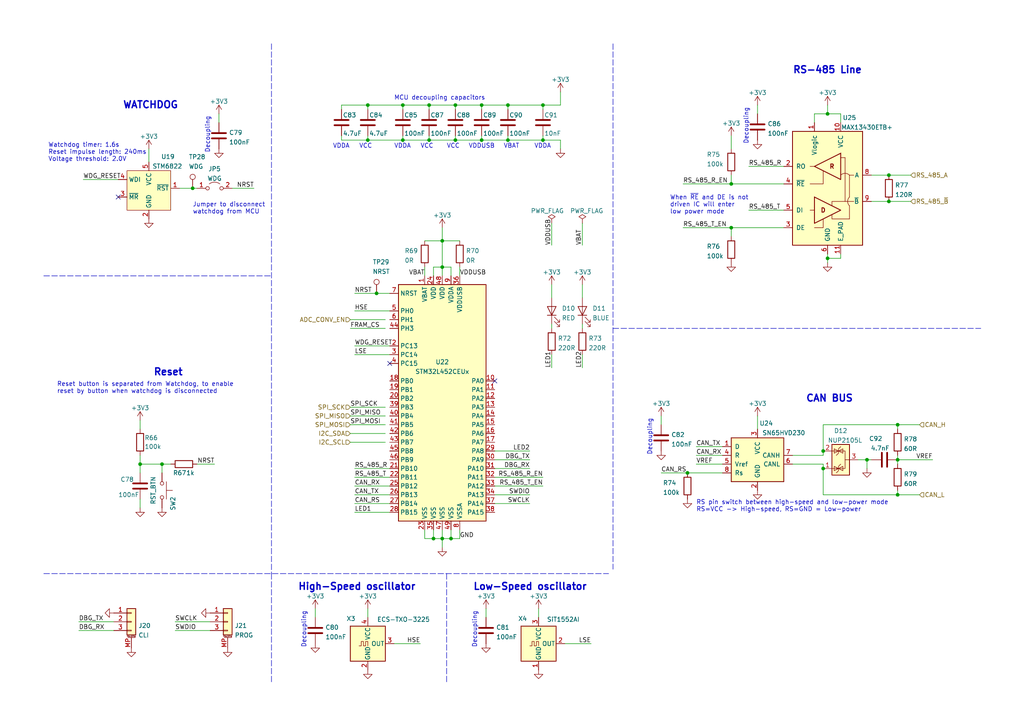
<source format=kicad_sch>
(kicad_sch (version 20211123) (generator eeschema)
  (paper "A4")
  (lib_symbols
    (symbol "Connector:TestPoint" (pin_numbers hide) (pin_names (offset 0.762) hide)
      (property "Reference" "TP" (at 0 6.858 0))
      (property "Value" "TestPoint" (at 0 5.08 0))
      (symbol "TestPoint_0_1"
        (circle (center 0 3.302) (radius 0.762))
      )
      (symbol "TestPoint_1_1"
        (pin passive line (at 0 0 90) (length 2.54) (name "1") (number "1"))
      )
    )
    (symbol "Connector_Generic_MountingPin:Conn_01x03_MountingPin" (pin_names (offset 1.016) hide)
      (property "Reference" "J" (at 0 5.08 0))
      (property "Value" "Conn_01x03_MountingPin" (at 1.27 -5.08 0))
      (symbol "Conn_01x03_MountingPin_1_1"
        (rectangle (start -1.27 -2.413) (end 0 -2.667) (stroke (width 0.1524)))
        (rectangle (start -1.27 0.127) (end 0 -0.127) (stroke (width 0.1524)))
        (rectangle (start -1.27 2.667) (end 0 2.413) (stroke (width 0.1524)))
        (rectangle (start -1.27 3.81) (end 1.27 -3.81) (stroke (width 0.254)) (fill (type background)))
        (polyline (pts (xy -1.016 -4.572) (xy 1.016 -4.572)) (stroke (width 0.1524)))
        (text "Mounting" (at 0 -4.191 0) (effects (font (size 0.381 0.381))))
        (pin passive line (at -5.08 2.54 0) (length 3.81) (name "Pin_1") (number "1"))
        (pin passive line (at -5.08 0 0) (length 3.81) (name "Pin_2") (number "2"))
        (pin passive line (at -5.08 -2.54 0) (length 3.81) (name "Pin_3") (number "3"))
        (pin passive line (at 0 -7.62 90) (length 3.048) (name "MountPin") (number "MP"))
      )
    )
    (symbol "Device:C" (pin_numbers hide) (pin_names (offset 0.254))
      (property "Reference" "C" (at 0.635 2.54 0))
      (property "Value" "C" (at 0.635 -2.54 0))
      (symbol "C_0_1"
        (polyline (pts (xy -2.032 -0.762) (xy 2.032 -0.762)) (stroke (width 0.508)))
        (polyline (pts (xy -2.032 0.762) (xy 2.032 0.762)) (stroke (width 0.508)))
      )
      (symbol "C_1_1"
        (pin passive line (at 0 3.81 270) (length 2.794) (name "~") (number "1"))
        (pin passive line (at 0 -3.81 90) (length 2.794) (name "~") (number "2"))
      )
    )
    (symbol "Device:LED" (pin_numbers hide) (pin_names (offset 1.016) hide)
      (property "Reference" "D" (at 0 2.54 0))
      (property "Value" "LED" (at 0 -2.54 0))
      (symbol "LED_0_1"
        (polyline (pts (xy -1.27 -1.27) (xy -1.27 1.27)) (stroke (width 0.2032)))
        (polyline (pts (xy -1.27 0) (xy 1.27 0)))
        (polyline (pts (xy 1.27 -1.27) (xy 1.27 1.27) (xy -1.27 0) (xy 1.27 -1.27)) (stroke (width 0.2032)))
        (polyline (pts (xy -3.048 -0.762) (xy -4.572 -2.286) (xy -3.81 -2.286) (xy -4.572 -2.286) (xy -4.572 -1.524)))
        (polyline (pts (xy -1.778 -0.762) (xy -3.302 -2.286) (xy -2.54 -2.286) (xy -3.302 -2.286) (xy -3.302 -1.524)))
      )
      (symbol "LED_1_1"
        (pin passive line (at -3.81 0 0) (length 2.54) (name "K") (number "1"))
        (pin passive line (at 3.81 0 180) (length 2.54) (name "A") (number "2"))
      )
    )
    (symbol "Device:R" (pin_numbers hide) (pin_names (offset 0))
      (property "Reference" "R" (at 2.032 0 90))
      (property "Value" "R" (at 0 0 90))
      (symbol "R_0_1"
        (rectangle (start -1.016 -2.54) (end 1.016 2.54) (stroke (width 0.254)))
      )
      (symbol "R_1_1"
        (pin passive line (at 0 3.81 270) (length 1.27) (name "~") (number "1"))
        (pin passive line (at 0 -3.81 90) (length 1.27) (name "~") (number "2"))
      )
    )
    (symbol "Interface_CAN_LIN:SN65HVD230" (pin_names (offset 1.016))
      (property "Reference" "U" (at -2.54 10.16 0))
      (property "Value" "SN65HVD230" (at -2.54 7.62 0))
      (symbol "SN65HVD230_0_1"
        (rectangle (start -7.62 5.08) (end 7.62 -7.62) (stroke (width 0.254)) (fill (type background)))
      )
      (symbol "SN65HVD230_1_1"
        (pin input line (at -10.16 2.54 0) (length 2.54) (name "D") (number "1"))
        (pin power_in line (at 0 -10.16 90) (length 2.54) (name "GND") (number "2"))
        (pin power_in line (at 0 7.62 270) (length 2.54) (name "VCC") (number "3"))
        (pin output line (at -10.16 0 0) (length 2.54) (name "R") (number "4"))
        (pin output line (at -10.16 -2.54 0) (length 2.54) (name "Vref") (number "5"))
        (pin bidirectional line (at 10.16 -2.54 180) (length 2.54) (name "CANL") (number "6"))
        (pin bidirectional line (at 10.16 0 180) (length 2.54) (name "CANH") (number "7"))
        (pin input line (at -10.16 -5.08 0) (length 2.54) (name "Rs") (number "8"))
      )
    )
    (symbol "Jumper:Jumper_2_Open" (pin_names (offset 0) hide)
      (property "Reference" "JP" (at 0 2.794 0))
      (property "Value" "Jumper_2_Open" (at 0 -2.286 0))
      (symbol "Jumper_2_Open_0_0"
        (circle (center -2.032 0) (radius 0.508))
        (circle (center 2.032 0) (radius 0.508))
      )
      (symbol "Jumper_2_Open_0_1"
        (arc (start 1.524 1.27) (mid 0 1.778) (end -1.524 1.27))
      )
      (symbol "Jumper_2_Open_1_1"
        (pin passive line (at -5.08 0 0) (length 2.54) (name "A") (number "1"))
        (pin passive line (at 5.08 0 180) (length 2.54) (name "B") (number "2"))
      )
    )
    (symbol "MCU_ST_STM32L4:STM32L452CEUx"
      (property "Reference" "U" (at -12.7 34.29 0))
      (property "Value" "STM32L452CEUx" (at 7.62 34.29 0))
      (symbol "STM32L452CEUx_0_1"
        (rectangle (start -12.7 -35.56) (end 12.7 33.02) (stroke (width 0.254)) (fill (type background)))
      )
      (symbol "STM32L452CEUx_1_1"
        (pin power_in line (at -5.08 35.56 270) (length 2.54) (name "VBAT") (number "1"))
        (pin bidirectional line (at 15.24 5.08 180) (length 2.54) (name "PA0") (number "10"))
        (pin bidirectional line (at 15.24 2.54 180) (length 2.54) (name "PA1") (number "11"))
        (pin bidirectional line (at 15.24 0 180) (length 2.54) (name "PA2") (number "12"))
        (pin bidirectional line (at 15.24 -2.54 180) (length 2.54) (name "PA3") (number "13"))
        (pin bidirectional line (at 15.24 -5.08 180) (length 2.54) (name "PA4") (number "14"))
        (pin bidirectional line (at 15.24 -7.62 180) (length 2.54) (name "PA5") (number "15"))
        (pin bidirectional line (at 15.24 -10.16 180) (length 2.54) (name "PA6") (number "16"))
        (pin bidirectional line (at 15.24 -12.7 180) (length 2.54) (name "PA7") (number "17"))
        (pin bidirectional line (at -15.24 5.08 0) (length 2.54) (name "PB0") (number "18"))
        (pin bidirectional line (at -15.24 2.54 0) (length 2.54) (name "PB1") (number "19"))
        (pin bidirectional line (at -15.24 15.24 0) (length 2.54) (name "PC13") (number "2"))
        (pin bidirectional line (at -15.24 0 0) (length 2.54) (name "PB2") (number "20"))
        (pin bidirectional line (at -15.24 -20.32 0) (length 2.54) (name "PB10") (number "21"))
        (pin bidirectional line (at -15.24 -22.86 0) (length 2.54) (name "PB11") (number "22"))
        (pin power_in line (at -5.08 -38.1 90) (length 2.54) (name "VSS") (number "23"))
        (pin power_in line (at -2.54 35.56 270) (length 2.54) (name "VDD") (number "24"))
        (pin bidirectional line (at -15.24 -25.4 0) (length 2.54) (name "PB12") (number "25"))
        (pin bidirectional line (at -15.24 -27.94 0) (length 2.54) (name "PB13") (number "26"))
        (pin bidirectional line (at -15.24 -30.48 0) (length 2.54) (name "PB14") (number "27"))
        (pin bidirectional line (at -15.24 -33.02 0) (length 2.54) (name "PB15") (number "28"))
        (pin bidirectional line (at 15.24 -15.24 180) (length 2.54) (name "PA8") (number "29"))
        (pin bidirectional line (at -15.24 12.7 0) (length 2.54) (name "PC14") (number "3"))
        (pin bidirectional line (at 15.24 -17.78 180) (length 2.54) (name "PA9") (number "30"))
        (pin bidirectional line (at 15.24 -20.32 180) (length 2.54) (name "PA10") (number "31"))
        (pin bidirectional line (at 15.24 -22.86 180) (length 2.54) (name "PA11") (number "32"))
        (pin bidirectional line (at 15.24 -25.4 180) (length 2.54) (name "PA12") (number "33"))
        (pin bidirectional line (at 15.24 -27.94 180) (length 2.54) (name "PA13") (number "34"))
        (pin power_in line (at -2.54 -38.1 90) (length 2.54) (name "VSS") (number "35"))
        (pin power_in line (at 5.08 35.56 270) (length 2.54) (name "VDDUSB") (number "36"))
        (pin bidirectional line (at 15.24 -30.48 180) (length 2.54) (name "PA14") (number "37"))
        (pin bidirectional line (at 15.24 -33.02 180) (length 2.54) (name "PA15") (number "38"))
        (pin bidirectional line (at -15.24 -2.54 0) (length 2.54) (name "PB3") (number "39"))
        (pin bidirectional line (at -15.24 10.16 0) (length 2.54) (name "PC15") (number "4"))
        (pin bidirectional line (at -15.24 -5.08 0) (length 2.54) (name "PB4") (number "40"))
        (pin bidirectional line (at -15.24 -7.62 0) (length 2.54) (name "PB5") (number "41"))
        (pin bidirectional line (at -15.24 -10.16 0) (length 2.54) (name "PB6") (number "42"))
        (pin bidirectional line (at -15.24 -12.7 0) (length 2.54) (name "PB7") (number "43"))
        (pin bidirectional line (at -15.24 20.32 0) (length 2.54) (name "PH3") (number "44"))
        (pin bidirectional line (at -15.24 -15.24 0) (length 2.54) (name "PB8") (number "45"))
        (pin bidirectional line (at -15.24 -17.78 0) (length 2.54) (name "PB9") (number "46"))
        (pin power_in line (at 0 -38.1 90) (length 2.54) (name "VSS") (number "47"))
        (pin power_in line (at 0 35.56 270) (length 2.54) (name "VDD") (number "48"))
        (pin power_in line (at 2.54 -38.1 90) (length 2.54) (name "VSS") (number "49"))
        (pin input line (at -15.24 25.4 0) (length 2.54) (name "PH0") (number "5"))
        (pin input line (at -15.24 22.86 0) (length 2.54) (name "PH1") (number "6"))
        (pin input line (at -15.24 30.48 0) (length 2.54) (name "NRST") (number "7"))
        (pin power_in line (at 5.08 -38.1 90) (length 2.54) (name "VSSA") (number "8"))
        (pin power_in line (at 2.54 35.56 270) (length 2.54) (name "VDDA") (number "9"))
      )
    )
    (symbol "Power_Protection:NUP2105L" (pin_names hide)
      (property "Reference" "D" (at 5.715 2.54 0))
      (property "Value" "NUP2105L" (at 5.715 0.635 0))
      (symbol "NUP2105L_0_0"
        (pin passive line (at 0 -5.08 90) (length 2.54) (name "A") (number "3"))
      )
      (symbol "NUP2105L_0_1"
        (rectangle (start -4.445 2.54) (end 4.445 -2.54) (stroke (width 0.254)) (fill (type background)))
        (polyline (pts (xy -2.54 2.54) (xy -2.54 0.635)))
        (polyline (pts (xy 0 -1.27) (xy 0 -2.54)))
        (polyline (pts (xy 2.54 2.54) (xy 2.54 0.635)))
        (polyline (pts (xy -3.81 1.27) (xy -3.175 0.635) (xy -1.905 0.635) (xy -1.27 0)))
        (polyline (pts (xy -2.54 0.635) (xy -2.54 -1.27) (xy 2.54 -1.27) (xy 2.54 0.635)))
        (polyline (pts (xy -2.54 0.635) (xy -1.905 -0.635) (xy -3.175 -0.635) (xy -2.54 0.635)))
        (polyline (pts (xy 2.54 0.635) (xy 1.905 -0.635) (xy 3.175 -0.635) (xy 2.54 0.635)))
        (polyline (pts (xy 2.54 0.635) (xy 3.175 1.905) (xy 1.905 1.905) (xy 2.54 0.635)))
        (polyline (pts (xy -2.54 0.635) (xy -3.175 1.905) (xy -1.905 1.905) (xy -2.54 0.635) (xy -2.54 1.27)))
        (polyline (pts (xy 1.27 1.27) (xy 1.905 0.635) (xy 2.54 0.635) (xy 3.175 0.635) (xy 3.81 0)))
      )
      (symbol "NUP2105L_1_1"
        (pin passive line (at -2.54 5.08 270) (length 2.54) (name "K") (number "1"))
        (pin passive line (at 2.54 5.08 270) (length 2.54) (name "K") (number "2"))
      )
    )
    (symbol "Switch:SW_Push" (pin_numbers hide) (pin_names (offset 1.016) hide)
      (property "Reference" "SW" (at 1.27 2.54 0))
      (property "Value" "SW_Push" (at 0 -1.524 0))
      (symbol "SW_Push_0_1"
        (circle (center -2.032 0) (radius 0.508))
        (polyline (pts (xy 0 1.27) (xy 0 3.048)))
        (polyline (pts (xy 2.54 1.27) (xy -2.54 1.27)))
        (circle (center 2.032 0) (radius 0.508))
        (pin passive line (at -5.08 0 0) (length 2.54) (name "1") (number "1"))
        (pin passive line (at 5.08 0 180) (length 2.54) (name "2") (number "2"))
      )
    )
    (symbol "TCY_IC:MAX13430ETB+" (pin_names (offset 1.016))
      (property "Reference" "U" (at -10.16 19.05 0))
      (property "Value" "MAX13430ETB+" (at 5.08 19.05 0))
      (symbol "MAX13430ETB+_0_0"
        (text "D" (at -1.27 -5.08 0) (effects (font (size 1.27 1.27) bold)))
        (text "R" (at 1.27 7.62 0) (effects (font (size 1.27 1.27) bold)))
      )
      (symbol "MAX13430ETB+_0_1"
        (rectangle (start -10.16 -15.24) (end 10.16 17.78) (stroke (width 0.254)) (fill (type background)))
        (polyline (pts (xy -5.08 -5.08) (xy -3.81 -5.08)))
        (polyline (pts (xy -3.81 7.62) (xy -5.08 7.62)))
        (polyline (pts (xy 5.08 10.16) (xy 5.08 -2.54)) (stroke (width 0.1524)))
        (polyline (pts (xy 6.35 -7.62) (xy 6.35 -3.81)) (stroke (width 0.1524)))
        (polyline (pts (xy 6.35 -1.27) (xy 6.35 5.08)) (stroke (width 0.1524)))
        (polyline (pts (xy 6.35 5.08) (xy 7.62 5.08)) (stroke (width 0.1524)))
        (polyline (pts (xy 5.08 10.16) (xy 3.81 10.16) (xy 3.81 10.16)))
        (polyline (pts (xy -3.81 -10.16) (xy -1.27 -10.16) (xy -1.27 -7.62) (xy -1.27 -7.62)))
        (polyline (pts (xy -1.27 6.35) (xy -1.27 2.54) (xy -2.54 2.54) (xy -5.08 2.54)))
        (polyline (pts (xy 6.35 -7.62) (xy 1.27 -7.62) (xy 1.27 -6.35) (xy 1.27 -6.35)))
        (polyline (pts (xy 7.62 -2.54) (xy 1.27 -2.54) (xy 1.27 -3.81) (xy 1.27 -3.81)))
        (polyline (pts (xy -3.81 -1.27) (xy -3.81 -8.89) (xy 3.81 -5.08) (xy -3.81 -1.27) (xy -3.81 -1.27)) (stroke (width 0.254)))
        (polyline (pts (xy 3.81 11.43) (xy 3.81 3.81) (xy -3.81 7.62) (xy 3.81 11.43) (xy 3.81 11.43)) (stroke (width 0.254)))
        (arc (start 6.35 -1.27) (mid 5.824 -2.54) (end 6.35 -3.81) (stroke (width 0.1524)))
        (arc (start 6.35 5.08) (mid 5.08 5.606) (end 3.81 5.08) (stroke (width 0.1524)))
      )
      (symbol "MAX13430ETB+_1_1"
        (pin power_in line (at -3.81 20.32 270) (length 2.54) (name "Vlogic") (number "1"))
        (pin power_in line (at 3.81 20.32 270) (length 2.54) (name "VCC") (number "10"))
        (pin power_in line (at 3.81 -17.78 90) (length 2.54) (name "E_PAD") (number "11"))
        (pin output line (at -12.7 7.62 0) (length 2.54) (name "RO") (number "2"))
        (pin input line (at -12.7 -10.16 0) (length 2.54) (name "DE") (number "3"))
        (pin input line (at -12.7 2.54 0) (length 2.54) (name "~{RE}") (number "4"))
        (pin input line (at -12.7 -5.08 0) (length 2.54) (name "DI") (number "5"))
        (pin power_in line (at 0 -17.78 90) (length 2.54) (name "GND") (number "6"))
        (pin no_connect line (at 10.16 1.27 180) (length 2.54) hide (name "NC") (number "7"))
        (pin input line (at 12.7 5.08 180) (length 2.54) (name "A") (number "8"))
        (pin input line (at 12.7 -2.54 180) (length 2.54) (name "~{B}") (number "9"))
      )
    )
    (symbol "TCY_IC:STM6822"
      (property "Reference" "U" (at 6.35 13.97 0))
      (property "Value" "STM6822" (at 6.35 16.51 0))
      (symbol "STM6822_0_1"
        (rectangle (start -6.35 11.43) (end 6.35 0) (stroke (width 0.1524)) (fill (type background)))
      )
      (symbol "STM6822_1_1"
        (pin open_collector line (at 8.89 6.35 180) (length 2.54) (name "~{RST}") (number "1"))
        (pin passive line (at 0 -2.54 90) (length 2.54) (name "GND") (number "2"))
        (pin input line (at -8.89 3.81 0) (length 2.54) (name "~{MR}") (number "3"))
        (pin input line (at -8.89 8.89 0) (length 2.54) (name "WDI") (number "4"))
        (pin power_in line (at 0 13.97 270) (length 2.54) (name "VCC") (number "5"))
      )
    )
    (symbol "TCY_ocillators:ECS-TXO-3225" (pin_names (offset 0.254))
      (property "Reference" "X" (at -6.35 6.35 0))
      (property "Value" "ECS-TXO-3225" (at 1.27 6.35 0))
      (symbol "ECS-TXO-3225_0_1"
        (rectangle (start -5.08 5.08) (end 5.08 -5.08) (stroke (width 0.254)) (fill (type background)))
        (polyline (pts (xy -2.54 -0.635) (xy -1.905 -0.635) (xy -1.905 0.635) (xy -1.27 0.635) (xy -1.27 -0.635) (xy -0.635 -0.635) (xy -0.635 0.635) (xy 0 0.635) (xy 0 -0.635)))
      )
      (symbol "ECS-TXO-3225_1_1"
        (pin no_connect line (at -7.62 0 0) (length 2.54) hide (name "NC") (number "1"))
        (pin power_in line (at 0 -7.62 90) (length 2.54) (name "GND") (number "2"))
        (pin output line (at 7.62 0 180) (length 2.54) (name "OUT") (number "3"))
        (pin power_in line (at 0 7.62 270) (length 2.54) (name "VCC") (number "4"))
      )
    )
    (symbol "TCY_ocillators:SiT1552AI" (pin_names (offset 0.254))
      (property "Reference" "X" (at -6.35 6.35 0))
      (property "Value" "SiT1552AI" (at 1.27 6.35 0))
      (symbol "SiT1552AI_0_1"
        (rectangle (start -5.08 5.08) (end 5.08 -5.08) (stroke (width 0.254)) (fill (type background)))
        (polyline (pts (xy -2.54 -0.635) (xy -1.905 -0.635) (xy -1.905 0.635) (xy -1.27 0.635) (xy -1.27 -0.635) (xy -0.635 -0.635) (xy -0.635 0.635) (xy 0 0.635) (xy 0 -0.635)))
      )
      (symbol "SiT1552AI_1_1"
        (pin power_in line (at 0 -7.62 90) (length 2.54) (name "GND") (number "1"))
        (pin output line (at 7.62 0 180) (length 2.54) (name "OUT") (number "2"))
        (pin power_in line (at 0 7.62 270) (length 2.54) (name "VCC") (number "3"))
        (pin power_in line (at 0 -7.62 90) (length 2.54) hide (name "GND") (number "4"))
      )
    )
    (symbol "power:+3.3V" (power) (pin_names (offset 0))
      (property "Value" "+3.3V" (at 0 3.556 0))
      (symbol "+3.3V_0_1"
        (polyline (pts (xy -0.762 1.27) (xy 0 2.54)))
        (polyline (pts (xy 0 0) (xy 0 2.54)))
        (polyline (pts (xy 0 2.54) (xy 0.762 1.27)))
      )
      (symbol "+3.3V_1_1"
        (pin power_in line (at 0 0 90) (length 0) hide (name "+3V3") (number "1"))
      )
    )
    (symbol "power:GND" (power) (pin_names (offset 0))
      (property "Value" "GND" (at 0 -3.81 0))
      (symbol "GND_0_1"
        (polyline (pts (xy 0 0) (xy 0 -1.27) (xy 1.27 -1.27) (xy 0 -2.54) (xy -1.27 -1.27) (xy 0 -1.27)))
      )
      (symbol "GND_1_1"
        (pin power_in line (at 0 0 270) (length 0) hide (name "GND") (number "1"))
      )
    )
    (symbol "power:PWR_FLAG" (power) (pin_numbers hide) (pin_names (offset 0) hide)
      (property "Value" "PWR_FLAG" (at 0 3.81 0))
      (symbol "PWR_FLAG_0_0"
        (pin power_out line (at 0 0 90) (length 0) (name "pwr") (number "1"))
      )
      (symbol "PWR_FLAG_0_1"
        (polyline (pts (xy 0 0) (xy 0 1.27) (xy -1.016 1.905) (xy 0 2.54) (xy 1.016 1.905) (xy 0 1.27)))
      )
    )
  )
  (junction (at 128.27 77.47) (diameter 0.9144))
  (junction (at 40.64 134.62) (diameter 0.9144))
  (junction (at 260.35 133.35) (diameter 0.9144))
  (junction (at 128.27 156.21) (diameter 0.9144))
  (junction (at 116.84 40.64) (diameter 0.9144))
  (junction (at 240.03 74.93) (diameter 0.9144))
  (junction (at 212.09 66.04) (diameter 0.9144))
  (junction (at 116.84 30.48) (diameter 0.9144))
  (junction (at 106.68 40.64) (diameter 0.9144))
  (junction (at 109.22 85.09) (diameter 0.9144))
  (junction (at 251.46 133.35) (diameter 0.9144))
  (junction (at 260.35 143.51) (diameter 0.9144))
  (junction (at 157.48 40.64) (diameter 0.9144))
  (junction (at 260.35 123.19) (diameter 0.9144))
  (junction (at 147.32 30.48) (diameter 0.9144))
  (junction (at 199.39 137.16) (diameter 0.9144))
  (junction (at 46.99 134.62) (diameter 0.9144))
  (junction (at 238.76 135.89) (diameter 0.9144))
  (junction (at 132.08 30.48) (diameter 0.9144))
  (junction (at 147.32 40.64) (diameter 0.9144))
  (junction (at 124.46 40.64) (diameter 0.9144))
  (junction (at 132.08 40.64) (diameter 0.9144))
  (junction (at 106.68 30.48) (diameter 0.9144))
  (junction (at 124.46 30.48) (diameter 0.9144))
  (junction (at 125.73 156.21) (diameter 0.9144))
  (junction (at 139.7 40.64) (diameter 0.9144))
  (junction (at 257.81 58.42) (diameter 0.9144))
  (junction (at 139.7 30.48) (diameter 0.9144))
  (junction (at 257.81 50.8) (diameter 0.9144))
  (junction (at 128.27 69.85) (diameter 0.9144))
  (junction (at 212.09 53.34) (diameter 0.9144))
  (junction (at 55.88 54.61) (diameter 0.9144))
  (junction (at 157.48 30.48) (diameter 0.9144))
  (junction (at 240.03 33.02) (diameter 0.9144))
  (junction (at 238.76 130.81) (diameter 0.9144))
  (junction (at 130.81 156.21) (diameter 0.9144))
  (no_connect (at 113.03 105.41))
  (no_connect (at 143.51 110.49))
  (no_connect (at 34.29 57.15))
  (wire (pts (xy 143.51 140.97) (xy 157.48 140.97)))
  (polyline (pts (xy 12.7 166.37) (xy 176.53 166.37)) (stroke (width 0) (type dash)))
  (wire (pts (xy 102.87 102.87) (xy 113.03 102.87)))
  (wire (pts (xy 40.64 121.92) (xy 40.64 124.46)))
  (wire (pts (xy 198.12 53.34) (xy 212.09 53.34)))
  (wire (pts (xy 60.96 182.88) (xy 50.8 182.88)))
  (wire (pts (xy 260.35 133.35) (xy 270.51 133.35)))
  (wire (pts (xy 260.35 142.24) (xy 260.35 143.51)))
  (wire (pts (xy 157.48 40.64) (xy 162.56 40.64)))
  (wire (pts (xy 162.56 40.64) (xy 162.56 43.18)))
  (wire (pts (xy 124.46 40.64) (xy 116.84 40.64)))
  (wire (pts (xy 114.3 186.69) (xy 121.92 186.69)))
  (wire (pts (xy 168.91 102.87) (xy 168.91 106.68)))
  (wire (pts (xy 238.76 135.89) (xy 238.76 143.51)))
  (wire (pts (xy 128.27 69.85) (xy 128.27 77.47)))
  (wire (pts (xy 160.02 102.87) (xy 160.02 106.68)))
  (wire (pts (xy 125.73 77.47) (xy 128.27 77.47)))
  (wire (pts (xy 123.19 69.85) (xy 128.27 69.85)))
  (wire (pts (xy 128.27 69.85) (xy 133.35 69.85)))
  (wire (pts (xy 101.6 128.27) (xy 111.76 128.27)))
  (wire (pts (xy 125.73 153.67) (xy 125.73 156.21)))
  (wire (pts (xy 219.71 120.65) (xy 219.71 124.46)))
  (wire (pts (xy 156.21 176.53) (xy 156.21 179.07)))
  (wire (pts (xy 102.87 143.51) (xy 113.03 143.51)))
  (wire (pts (xy 102.87 100.33) (xy 113.03 100.33)))
  (wire (pts (xy 163.83 186.69) (xy 171.45 186.69)))
  (wire (pts (xy 130.81 153.67) (xy 130.81 156.21)))
  (wire (pts (xy 201.93 129.54) (xy 209.55 129.54)))
  (wire (pts (xy 101.6 118.11) (xy 111.76 118.11)))
  (wire (pts (xy 33.02 180.34) (xy 22.86 180.34)))
  (wire (pts (xy 132.08 39.37) (xy 132.08 40.64)))
  (wire (pts (xy 201.93 134.62) (xy 209.55 134.62)))
  (wire (pts (xy 217.17 60.96) (xy 227.33 60.96)))
  (wire (pts (xy 260.35 143.51) (xy 238.76 143.51)))
  (wire (pts (xy 266.7 143.51) (xy 260.35 143.51)))
  (wire (pts (xy 116.84 40.64) (xy 116.84 39.37)))
  (wire (pts (xy 252.73 50.8) (xy 257.81 50.8)))
  (wire (pts (xy 124.46 30.48) (xy 132.08 30.48)))
  (wire (pts (xy 124.46 31.75) (xy 124.46 30.48)))
  (wire (pts (xy 132.08 30.48) (xy 139.7 30.48)))
  (wire (pts (xy 139.7 30.48) (xy 147.32 30.48)))
  (wire (pts (xy 147.32 30.48) (xy 147.32 31.75)))
  (wire (pts (xy 143.51 135.89) (xy 153.67 135.89)))
  (wire (pts (xy 57.15 134.62) (xy 62.23 134.62)))
  (polyline (pts (xy 78.74 166.37) (xy 78.74 198.12)) (stroke (width 0) (type dash)))
  (wire (pts (xy 102.87 85.09) (xy 109.22 85.09)))
  (wire (pts (xy 109.22 85.09) (xy 113.03 85.09)))
  (wire (pts (xy 99.06 40.64) (xy 99.06 39.37)))
  (wire (pts (xy 106.68 39.37) (xy 106.68 40.64)))
  (wire (pts (xy 106.68 40.64) (xy 99.06 40.64)))
  (wire (pts (xy 133.35 77.47) (xy 133.35 80.01)))
  (wire (pts (xy 212.09 39.37) (xy 212.09 43.18)))
  (wire (pts (xy 252.73 58.42) (xy 257.81 58.42)))
  (wire (pts (xy 157.48 30.48) (xy 157.48 31.75)))
  (wire (pts (xy 143.51 143.51) (xy 153.67 143.51)))
  (wire (pts (xy 101.6 120.65) (xy 111.76 120.65)))
  (wire (pts (xy 128.27 69.85) (xy 128.27 66.04)))
  (wire (pts (xy 102.87 140.97) (xy 113.03 140.97)))
  (wire (pts (xy 116.84 31.75) (xy 116.84 30.48)))
  (wire (pts (xy 160.02 82.55) (xy 160.02 86.36)))
  (wire (pts (xy 160.02 93.98) (xy 160.02 95.25)))
  (wire (pts (xy 40.64 134.62) (xy 46.99 134.62)))
  (wire (pts (xy 46.99 134.62) (xy 49.53 134.62)))
  (polyline (pts (xy 78.74 12.7) (xy 78.74 166.37)) (stroke (width 0) (type dash)))
  (wire (pts (xy 212.09 66.04) (xy 212.09 68.58)))
  (wire (pts (xy 140.97 176.53) (xy 140.97 179.07)))
  (wire (pts (xy 243.84 73.66) (xy 243.84 74.93)))
  (wire (pts (xy 243.84 74.93) (xy 240.03 74.93)))
  (wire (pts (xy 106.68 176.53) (xy 106.68 179.07)))
  (wire (pts (xy 67.31 54.61) (xy 73.66 54.61)))
  (wire (pts (xy 217.17 48.26) (xy 227.33 48.26)))
  (wire (pts (xy 201.93 132.08) (xy 209.55 132.08)))
  (wire (pts (xy 99.06 30.48) (xy 106.68 30.48)))
  (wire (pts (xy 99.06 31.75) (xy 99.06 30.48)))
  (wire (pts (xy 106.68 30.48) (xy 106.68 31.75)))
  (wire (pts (xy 46.99 134.62) (xy 46.99 137.16)))
  (wire (pts (xy 123.19 77.47) (xy 123.19 80.01)))
  (polyline (pts (xy 177.8 12.7) (xy 177.8 165.1)) (stroke (width 0) (type dash)))
  (wire (pts (xy 240.03 73.66) (xy 240.03 74.93)))
  (wire (pts (xy 240.03 74.93) (xy 240.03 76.2)))
  (wire (pts (xy 243.84 33.02) (xy 240.03 33.02)))
  (wire (pts (xy 243.84 35.56) (xy 243.84 33.02)))
  (wire (pts (xy 128.27 153.67) (xy 128.27 156.21)))
  (wire (pts (xy 106.68 30.48) (xy 116.84 30.48)))
  (wire (pts (xy 123.19 156.21) (xy 123.19 153.67)))
  (wire (pts (xy 125.73 156.21) (xy 123.19 156.21)))
  (wire (pts (xy 128.27 156.21) (xy 125.73 156.21)))
  (wire (pts (xy 128.27 158.75) (xy 128.27 156.21)))
  (wire (pts (xy 157.48 39.37) (xy 157.48 40.64)))
  (wire (pts (xy 102.87 146.05) (xy 113.03 146.05)))
  (wire (pts (xy 40.64 132.08) (xy 40.64 134.62)))
  (wire (pts (xy 168.91 82.55) (xy 168.91 86.36)))
  (wire (pts (xy 139.7 30.48) (xy 139.7 31.75)))
  (wire (pts (xy 101.6 125.73) (xy 111.76 125.73)))
  (wire (pts (xy 116.84 30.48) (xy 124.46 30.48)))
  (wire (pts (xy 168.91 64.77) (xy 168.91 71.12)))
  (wire (pts (xy 198.12 66.04) (xy 212.09 66.04)))
  (wire (pts (xy 212.09 66.04) (xy 227.33 66.04)))
  (wire (pts (xy 191.77 137.16) (xy 199.39 137.16)))
  (wire (pts (xy 139.7 39.37) (xy 139.7 40.64)))
  (wire (pts (xy 101.6 92.71) (xy 111.76 92.71)))
  (wire (pts (xy 102.87 138.43) (xy 113.03 138.43)))
  (wire (pts (xy 147.32 30.48) (xy 157.48 30.48)))
  (wire (pts (xy 199.39 137.16) (xy 209.55 137.16)))
  (wire (pts (xy 219.71 30.48) (xy 219.71 33.02)))
  (wire (pts (xy 168.91 93.98) (xy 168.91 95.25)))
  (wire (pts (xy 101.6 95.25) (xy 111.76 95.25)))
  (wire (pts (xy 63.5 33.02) (xy 63.5 35.56)))
  (wire (pts (xy 40.64 144.78) (xy 40.64 147.32)))
  (wire (pts (xy 238.76 123.19) (xy 238.76 130.81)))
  (wire (pts (xy 143.51 138.43) (xy 157.48 138.43)))
  (wire (pts (xy 128.27 77.47) (xy 128.27 80.01)))
  (polyline (pts (xy 129.54 166.37) (xy 129.54 198.12)) (stroke (width 0) (type dash)))
  (wire (pts (xy 101.6 123.19) (xy 111.76 123.19)))
  (wire (pts (xy 236.22 33.02) (xy 240.03 33.02)))
  (wire (pts (xy 236.22 35.56) (xy 236.22 33.02)))
  (wire (pts (xy 240.03 33.02) (xy 240.03 30.48)))
  (wire (pts (xy 157.48 30.48) (xy 162.56 30.48)))
  (wire (pts (xy 260.35 134.62) (xy 260.35 133.35)))
  (wire (pts (xy 52.07 54.61) (xy 55.88 54.61)))
  (wire (pts (xy 55.88 54.61) (xy 57.15 54.61)))
  (wire (pts (xy 102.87 90.17) (xy 113.03 90.17)))
  (wire (pts (xy 130.81 77.47) (xy 128.27 77.47)))
  (wire (pts (xy 130.81 80.01) (xy 130.81 77.47)))
  (wire (pts (xy 40.64 134.62) (xy 40.64 137.16)))
  (wire (pts (xy 229.87 132.08) (xy 238.76 132.08)))
  (wire (pts (xy 238.76 132.08) (xy 238.76 130.81)))
  (wire (pts (xy 143.51 133.35) (xy 153.67 133.35)))
  (wire (pts (xy 102.87 148.59) (xy 113.03 148.59)))
  (wire (pts (xy 257.81 50.8) (xy 264.16 50.8)))
  (wire (pts (xy 24.13 52.07) (xy 34.29 52.07)))
  (wire (pts (xy 191.77 120.65) (xy 191.77 123.19)))
  (wire (pts (xy 128.27 156.21) (xy 130.81 156.21)))
  (wire (pts (xy 130.81 156.21) (xy 133.35 156.21)))
  (wire (pts (xy 133.35 156.21) (xy 133.35 153.67)))
  (wire (pts (xy 147.32 40.64) (xy 157.48 40.64)))
  (wire (pts (xy 257.81 58.42) (xy 264.16 58.42)))
  (polyline (pts (xy 12.7 80.01) (xy 78.74 80.01)) (stroke (width 0) (type dash)))
  (wire (pts (xy 143.51 130.81) (xy 153.67 130.81)))
  (polyline (pts (xy 177.8 95.25) (xy 284.48 95.25)) (stroke (width 0) (type dash)))
  (wire (pts (xy 102.87 135.89) (xy 113.03 135.89)))
  (wire (pts (xy 91.44 176.53) (xy 91.44 179.07)))
  (wire (pts (xy 260.35 123.19) (xy 238.76 123.19)))
  (wire (pts (xy 60.96 180.34) (xy 50.8 180.34)))
  (wire (pts (xy 212.09 50.8) (xy 212.09 53.34)))
  (wire (pts (xy 124.46 40.64) (xy 124.46 39.37)))
  (wire (pts (xy 132.08 40.64) (xy 124.46 40.64)))
  (wire (pts (xy 139.7 40.64) (xy 132.08 40.64)))
  (wire (pts (xy 147.32 39.37) (xy 147.32 40.64)))
  (wire (pts (xy 147.32 40.64) (xy 139.7 40.64)))
  (wire (pts (xy 125.73 77.47) (xy 125.73 80.01)))
  (wire (pts (xy 229.87 134.62) (xy 238.76 134.62)))
  (wire (pts (xy 238.76 134.62) (xy 238.76 135.89)))
  (wire (pts (xy 160.02 64.77) (xy 160.02 71.12)))
  (wire (pts (xy 106.68 40.64) (xy 116.84 40.64)))
  (wire (pts (xy 43.18 43.18) (xy 43.18 46.99)))
  (wire (pts (xy 162.56 26.67) (xy 162.56 30.48)))
  (wire (pts (xy 33.02 182.88) (xy 22.86 182.88)))
  (wire (pts (xy 212.09 53.34) (xy 227.33 53.34)))
  (wire (pts (xy 248.92 133.35) (xy 251.46 133.35)))
  (wire (pts (xy 251.46 133.35) (xy 251.46 135.89)))
  (wire (pts (xy 143.51 146.05) (xy 153.67 146.05)))
  (wire (pts (xy 260.35 132.08) (xy 260.35 133.35)))
  (wire (pts (xy 260.35 123.19) (xy 260.35 124.46)))
  (wire (pts (xy 266.7 123.19) (xy 260.35 123.19)))
  (wire (pts (xy 132.08 30.48) (xy 132.08 31.75)))
  (wire (pts (xy 251.46 133.35) (xy 252.73 133.35)))
  (text "VCC" (at 121.92 43.18 0) (effects (font (size 1.27 1.27)) (justify left bottom)))
  (text "Jumper to disconnect\nwatchdog from MCU" (at 55.88 62.23 0) (effects (font (size 1.27 1.27)) (justify left bottom)))
  (text "VCC" (at 104.14 43.18 0) (effects (font (size 1.27 1.27)) (justify left bottom)))
  (text "Decoupling" (at 88.9 187.96 90) (effects (font (size 1.27 1.27)) (justify left bottom)))
  (text "CAN BUS" (at 233.68 116.84 0) (effects (font (size 2 2) (thickness 0.4) bold) (justify left bottom)))
  (text "WATCHDOG" (at 35.56 31.75 0) (effects (font (size 2 2) (thickness 0.4) bold) (justify left bottom)))
  (text "When ~{RE} and DE is not\ndriven IC will enter\nlow power mode" (at 194.31 62.23 0) (effects (font (size 1.27 1.27)) (justify left bottom)))
  (text "MCU decoupling capacitors" (at 114.3 29.21 0) (effects (font (size 1.27 1.27)) (justify left bottom)))
  (text "VBAT" (at 146.05 43.18 0) (effects (font (size 1.27 1.27)) (justify left bottom)))
  (text "VDDUSB" (at 135.89 43.18 0) (effects (font (size 1.27 1.27)) (justify left bottom)))
  (text "Decoupling" (at 217.17 41.91 90) (effects (font (size 1.27 1.27)) (justify left bottom)))
  (text "Reset button is separated from Watchdog, to enable\nreset by button when watchdog is disconnected" (at 16.51 114.3 0) (effects (font (size 1.27 1.27)) (justify left bottom)))
  (text "VDDA" (at 154.94 43.18 0) (effects (font (size 1.27 1.27)) (justify left bottom)))
  (text "RS-485 Line" (at 229.87 21.59 0) (effects (font (size 2 2) (thickness 0.4) bold) (justify left bottom)))
  (text "Reset" (at 44.45 109.22 0) (effects (font (size 2 2) (thickness 0.4) bold) (justify left bottom)))
  (text "Low-Speed oscillator" (at 137.16 171.45 0) (effects (font (size 2 2) (thickness 0.4) bold) (justify left bottom)))
  (text "Decoupling" (at 189.23 132.08 90) (effects (font (size 1.27 1.27)) (justify left bottom)))
  (text "Decoupling" (at 138.43 187.96 90) (effects (font (size 1.27 1.27)) (justify left bottom)))
  (text "Decoupling" (at 60.96 44.45 90) (effects (font (size 1.27 1.27)) (justify left bottom)))
  (text "VCC" (at 129.54 43.18 0) (effects (font (size 1.27 1.27)) (justify left bottom)))
  (text "RS pin switch between high-speed and low-power mode\nRS=VCC -> High-speed, RS=GND = Low-power" (at 201.93 148.59 0) (effects (font (size 1.27 1.27)) (justify left bottom)))
  (text "VDDA" (at 96.52 43.18 0) (effects (font (size 1.27 1.27)) (justify left bottom)))
  (text "High-Speed oscillator" (at 86.36 171.45 0) (effects (font (size 2 2) (thickness 0.4) bold) (justify left bottom)))
  (text "VDDA" (at 114.3 43.18 0) (effects (font (size 1.27 1.27)) (justify left bottom)))
  (text "Watchdog timer: 1.6s\nReset impulse length: 240ms\nVoltage threshold: 2.0V" (at 13.97 46.99 0) (effects (font (size 1.27 1.27)) (justify left bottom)))
  (label "CAN_RS" (at 191.77 137.16 0))
  (label "RS_485_R_EN" (at 198.12 53.34 0))
  (label "SWDIO" (at 50.8 182.88 0))
  (label "VREF" (at 270.51 133.35 180))
  (label "DBG_TX" (at 22.86 180.34 0))
  (label "RS_485_R_EN" (at 157.48 138.43 180))
  (label "SWDIO" (at 153.67 143.51 180))
  (label "VREF" (at 201.93 134.62 0))
  (label "RS_485_T_EN" (at 157.48 140.97 180))
  (label "NRST" (at 102.87 85.09 0))
  (label "HSE" (at 121.92 186.69 180))
  (label "SPI_MOSI" (at 101.6 123.19 0))
  (label "CAN_RX" (at 201.93 132.08 0))
  (label "RS_485_R" (at 102.87 135.89 0))
  (label "WDG_RESET" (at 102.87 100.33 0))
  (label "VDDUSB" (at 160.02 71.12 90))
  (label "VBAT" (at 168.91 71.12 90))
  (label "WDG_RESET" (at 24.13 52.07 0))
  (label "LED2" (at 168.91 106.68 90))
  (label "DBG_RX" (at 153.67 135.89 180))
  (label "RS_485_R" (at 217.17 48.26 0))
  (label "VDDUSB" (at 133.35 80.01 0))
  (label "LSE" (at 102.87 102.87 0))
  (label "RS_485_T" (at 217.17 60.96 0))
  (label "RS_485_T_EN" (at 198.12 66.04 0))
  (label "VBAT" (at 123.19 80.01 180))
  (label "SPI_SCK" (at 101.6 118.11 0))
  (label "LED1" (at 160.02 106.68 90))
  (label "GND" (at 133.35 156.21 0))
  (label "SPI_MISO" (at 101.6 120.65 0))
  (label "FRAM_CS" (at 101.6 95.25 0))
  (label "CAN_RS" (at 102.87 146.05 0))
  (label "SWCLK" (at 50.8 180.34 0))
  (label "SWCLK" (at 153.67 146.05 180))
  (label "HSE" (at 102.87 90.17 0))
  (label "CAN_RX" (at 102.87 140.97 0))
  (label "NRST" (at 62.23 134.62 180))
  (label "CAN_TX" (at 201.93 129.54 0))
  (label "LED2" (at 153.67 130.81 180))
  (label "CAN_TX" (at 102.87 143.51 0))
  (label "LSE" (at 171.45 186.69 180))
  (label "DBG_RX" (at 22.86 182.88 0))
  (label "NRST" (at 73.66 54.61 180))
  (label "RS_485_T" (at 102.87 138.43 0))
  (label "LED1" (at 102.87 148.59 0))
  (label "DBG_TX" (at 153.67 133.35 180))
  (hierarchical_label "CAN_L" (shape input) (at 266.7 143.51 0))
  (hierarchical_label "I2C_SDA" (shape input) (at 101.6 125.73 180))
  (hierarchical_label "CAN_H" (shape input) (at 266.7 123.19 0))
  (hierarchical_label "RS_485_A" (shape input) (at 264.16 50.8 0))
  (hierarchical_label "SPI_MOSI" (shape input) (at 101.6 123.19 180))
  (hierarchical_label "I2C_SCL" (shape input) (at 101.6 128.27 180))
  (hierarchical_label "SPI_SCK" (shape input) (at 101.6 118.11 180))
  (hierarchical_label "RS_485_~{B}" (shape input) (at 264.16 58.42 0))
  (hierarchical_label "ADC_CONV_EN" (shape input) (at 101.6 92.71 180))
  (hierarchical_label "SPI_MISO" (shape input) (at 101.6 120.65 180))
  (symbol (lib_id "TCY_IC:MAX13430ETB+") (at 240.03 55.88 0) (unit 1)
    (property "Reference" "U25" (at 246.38 34.1536 0))
    (property "Value" "MAX13430ETB+" (at 251.46 36.9287 0))
    (property "Footprint" "Package_DFN_QFN:DFN-10-1EP_3x3mm_P0.5mm_EP1.55x2.48mm" (effects hide))
    (property "Datasheet" "https://datasheets.maximintegrated.com/en/ds/MAX13430E-MAX13433E.pdf" (effects hide))
  )
  (symbol (lib_id "power:+3.3V") (at 43.18 43.18 0) (unit 1)
    (property "Reference" "#PWR?" (effects hide))
    (property "Value" "+3.3V" (at 43.18 39.5755 0))
  )
  (symbol (lib_id "Device:R") (at 212.09 46.99 0) (unit 1)
    (property "Reference" "R75" (at 204.9781 44.8115 0) (effects (justify left)))
    (property "Value" "100k" (at 204.9781 47.5866 0) (effects (justify left)))
    (property "Footprint" "TCY_passives:R_0603_1608Metric" (effects hide))
  )
  (symbol (lib_id "Device:R") (at 260.35 138.43 0) (unit 1)
    (property "Reference" "R79" (at 262.1281 137.5215 0) (effects (justify left)))
    (property "Value" "60R" (at 262.1281 140.2966 0) (effects (justify left)))
    (property "Footprint" "TCY_passives:R_0603_1608Metric" (effects hide))
  )
  (symbol (lib_id "Device:C") (at 99.06 35.56 0) (unit 1)
    (property "Reference" "C83" (at 99.4411 33.3815 0) (effects (justify left)))
    (property "Value" "4.7uF" (at 99.4411 38.6966 0) (effects (justify left)))
    (property "Footprint" "TCY_passives:C_0603_1608Metric" (effects hide))
  )
  (symbol (lib_id "Device:C") (at 63.5 39.37 0) (unit 1)
    (property "Reference" "C79" (at 66.4211 38.4615 0) (effects (justify left)))
    (property "Value" "100nF" (at 66.4211 41.2366 0) (effects (justify left)))
    (property "Footprint" "TCY_passives:C_0603_1608Metric" (effects hide))
  )
  (symbol (lib_id "Device:C") (at 124.46 35.56 0) (unit 1)
    (property "Reference" "C87" (at 124.8411 33.3815 0) (effects (justify left)))
    (property "Value" "100nF" (at 124.8411 38.6966 0) (effects (justify left)))
    (property "Footprint" "TCY_passives:C_0603_1608Metric" (effects hide))
  )
  (symbol (lib_id "Interface_CAN_LIN:SN65HVD230") (at 219.71 132.08 0) (unit 1)
    (property "Reference" "U24" (at 222.25 122.7794 0))
    (property "Value" "SN65HVD230" (at 227.33 125.5545 0))
    (property "Footprint" "Package_SO:SOIC-8_3.9x4.9mm_P1.27mm" (effects hide))
    (property "Datasheet" "http://www.ti.com/lit/ds/symlink/sn65hvd230.pdf" (effects hide))
  )
  (symbol (lib_id "power:+3.3V") (at 162.56 26.67 0) (unit 1)
    (property "Reference" "#PWR?" (effects hide))
    (property "Value" "+3.3V" (at 162.56 23.0655 0))
  )
  (symbol (lib_id "power:+3.3V") (at 156.21 176.53 0) (unit 1)
    (property "Reference" "#PWR?" (effects hide))
    (property "Value" "+3.3V" (at 156.21 172.9255 0))
  )
  (symbol (lib_id "Device:C") (at 191.77 127 0) (unit 1)
    (property "Reference" "C82" (at 194.6911 126.0915 0) (effects (justify left)))
    (property "Value" "100nF" (at 194.6911 128.8666 0) (effects (justify left)))
    (property "Footprint" "TCY_passives:C_0603_1608Metric" (effects hide))
  )
  (symbol (lib_id "power:+3.3V") (at 212.09 39.37 0) (unit 1)
    (property "Reference" "#PWR?" (effects hide))
    (property "Value" "+3.3V" (at 212.09 35.7655 0))
  )
  (symbol (lib_id "Device:R") (at 40.64 128.27 0) (unit 1)
    (property "Reference" "R66" (at 41.91 127 0) (effects (justify left)))
    (property "Value" "100k" (at 41.91 129.54 0) (effects (justify left)))
    (property "Footprint" "TCY_passives:R_0603_1608Metric" (effects hide))
  )
  (symbol (lib_id "Device:R") (at 199.39 140.97 0) (unit 1)
    (property "Reference" "R74" (at 192.2781 140.0615 0) (effects (justify left)))
    (property "Value" "100k" (at 192.2781 142.8366 0) (effects (justify left)))
    (property "Footprint" "TCY_passives:R_0603_1608Metric" (effects hide))
  )
  (symbol (lib_id "power:PWR_FLAG") (at 160.02 64.77 0) (unit 1)
    (property "Reference" "#FLG017" (effects hide))
    (property "Value" "PWR_FLAG" (at 158.75 61.1654 0))
  )
  (symbol (lib_id "Device:R") (at 260.35 128.27 0) (unit 1)
    (property "Reference" "R78" (at 262.1281 127.3615 0) (effects (justify left)))
    (property "Value" "60R" (at 262.1281 130.1366 0) (effects (justify left)))
    (property "Footprint" "TCY_passives:R_0603_1608Metric" (effects hide))
  )
  (symbol (lib_id "power:+3.3V") (at 91.44 176.53 0) (unit 1)
    (property "Reference" "#PWR?" (effects hide))
    (property "Value" "+3.3V" (at 91.44 172.9255 0))
  )
  (symbol (lib_id "Device:C") (at 139.7 35.56 0) (unit 1)
    (property "Reference" "C89" (at 140.0811 33.3815 0) (effects (justify left)))
    (property "Value" "100nF" (at 140.0811 38.6966 0) (effects (justify left)))
    (property "Footprint" "TCY_passives:C_0603_1608Metric" (effects hide))
  )
  (symbol (lib_id "Connector_Generic_MountingPin:Conn_01x03_MountingPin") (at 38.1 180.34 0) (unit 1)
    (property "Reference" "J20" (at 40.1321 181.4635 0) (effects (justify left)))
    (property "Value" "CLI" (at 40.1321 184.2386 0) (effects (justify left)))
    (property "Footprint" "TCY_connectors:Amphenol_10114830-11103LF_1x03_P1.25mm_Horizontal" (effects hide))
  )
  (symbol (lib_id "Device:C") (at 116.84 35.56 0) (unit 1)
    (property "Reference" "C85" (at 117.2211 33.3815 0) (effects (justify left)))
    (property "Value" "100nF" (at 117.2211 38.6966 0) (effects (justify left)))
    (property "Footprint" "TCY_passives:C_0603_1608Metric" (effects hide))
  )
  (symbol (lib_id "power:GND") (at 38.1 187.96 0) (unit 1)
    (property "Reference" "#PWR0164" (effects hide))
    (property "Value" "GND" (effects hide))
  )
  (symbol (lib_id "power:GND") (at 140.97 186.69 0) (unit 1)
    (property "Reference" "#PWR0177" (effects hide))
    (property "Value" "GND" (effects hide))
  )
  (symbol (lib_id "power:GND") (at 156.21 194.31 0) (unit 1)
    (property "Reference" "#PWR0179" (effects hide))
    (property "Value" "GND" (effects hide))
  )
  (symbol (lib_id "TCY_ocillators:SiT1552AI") (at 156.21 186.69 0) (unit 1)
    (property "Reference" "X4" (at 152.908 179.4315 0) (effects (justify right)))
    (property "Value" "SiT1552AI" (at 168.148 179.6666 0) (effects (justify right)))
    (property "Footprint" "TCY_oscillators:CSP-4_1.5x0.8mm" (effects hide))
    (property "Datasheet" "https://www.sitime.com/datasheet/SiT1552" (effects hide))
  )
  (symbol (lib_id "power:GND") (at 66.04 187.96 0) (unit 1)
    (property "Reference" "#PWR0171" (effects hide))
    (property "Value" "GND" (effects hide))
  )
  (symbol (lib_id "power:+3.3V") (at 168.91 82.55 0) (unit 1)
    (property "Reference" "#PWR?" (effects hide))
    (property "Value" "+3.3V" (at 168.91 78.9455 0))
  )
  (symbol (lib_id "Device:C") (at 106.68 35.56 0) (unit 1)
    (property "Reference" "C84" (at 107.0611 33.3815 0) (effects (justify left)))
    (property "Value" "4.7uF" (at 107.0611 38.6966 0) (effects (justify left)))
    (property "Footprint" "TCY_passives:C_0603_1608Metric" (effects hide))
  )
  (symbol (lib_id "power:GND") (at 63.5 43.18 0) (unit 1)
    (property "Reference" "#PWR0170" (effects hide))
    (property "Value" "GND" (effects hide))
  )
  (symbol (lib_id "power:GND") (at 212.09 76.2 0) (unit 1)
    (property "Reference" "#PWR0182" (effects hide))
    (property "Value" "GND" (effects hide))
  )
  (symbol (lib_id "Jumper:Jumper_2_Open") (at 62.23 54.61 0) (unit 1)
    (property "Reference" "JP5" (at 62.23 48.9924 0))
    (property "Value" "WDG" (at 62.23 51.7675 0))
    (property "Footprint" "Jumper:SolderJumper-2_P1.3mm_Open_RoundedPad1.0x1.5mm" (effects hide))
  )
  (symbol (lib_id "Device:LED") (at 168.91 90.17 90) (unit 1)
    (property "Reference" "D11" (at 171.8311 89.452 90) (effects (justify right)))
    (property "Value" "BLUE" (at 171.8311 92.2271 90) (effects (justify right)))
    (property "Footprint" "LED_SMD:LED_0603_1608Metric_Castellated" (effects hide))
  )
  (symbol (lib_id "Device:C") (at 157.48 35.56 0) (unit 1)
    (property "Reference" "C91" (at 157.8611 33.3815 0) (effects (justify left)))
    (property "Value" "10nF" (at 157.8611 38.6966 0) (effects (justify left)))
    (property "Footprint" "TCY_passives:C_0603_1608Metric" (effects hide))
  )
  (symbol (lib_id "Device:C") (at 132.08 35.56 0) (unit 1)
    (property "Reference" "C88" (at 132.4611 33.3815 0) (effects (justify left)))
    (property "Value" "100nF" (at 132.4611 38.6966 0) (effects (justify left)))
    (property "Footprint" "TCY_passives:C_0603_1608Metric" (effects hide))
  )
  (symbol (lib_id "Device:R") (at 257.81 54.61 0) (unit 1)
    (property "Reference" "R77" (at 259.5881 53.7015 0) (effects (justify left)))
    (property "Value" "120R" (at 259.5881 56.4766 0) (effects (justify left)))
    (property "Footprint" "TCY_passives:R_0603_1608Metric" (effects hide))
  )
  (symbol (lib_id "Device:C") (at 40.64 140.97 0) (unit 1)
    (property "Reference" "C78" (at 34.925 139.065 0) (effects (justify left)))
    (property "Value" "100nF" (at 34.29 143.51 0) (effects (justify left)))
    (property "Footprint" "TCY_passives:C_0603_1608Metric" (effects hide))
  )
  (symbol (lib_id "power:GND") (at 33.02 177.8 270) (unit 1)
    (property "Reference" "#PWR0163" (effects hide))
    (property "Value" "GND" (effects hide))
  )
  (symbol (lib_id "power:+3.3V") (at 219.71 120.65 0) (unit 1)
    (property "Reference" "#PWR?" (effects hide))
    (property "Value" "+3.3V" (at 219.71 117.0455 0))
  )
  (symbol (lib_id "power:GND") (at 106.68 194.31 0) (unit 1)
    (property "Reference" "#PWR0174" (effects hide))
    (property "Value" "GND" (effects hide))
  )
  (symbol (lib_id "power:GND") (at 199.39 144.78 0) (unit 1)
    (property "Reference" "#PWR0181" (effects hide))
    (property "Value" "GND" (effects hide))
  )
  (symbol (lib_id "Device:R") (at 160.02 99.06 0) (unit 1)
    (property "Reference" "R72" (at 161.7981 98.1515 0) (effects (justify left)))
    (property "Value" "220R" (at 161.7981 100.9266 0) (effects (justify left)))
    (property "Footprint" "TCY_passives:R_0603_1608Metric" (effects hide))
  )
  (symbol (lib_id "Device:C") (at 256.54 133.35 90) (unit 1)
    (property "Reference" "C92" (at 254 127.2244 90))
    (property "Value" "4.7nF" (at 255.27 129.9995 90))
    (property "Footprint" "TCY_passives:C_0603_1608Metric" (effects hide))
  )
  (symbol (lib_id "power:+3.3V") (at 40.64 121.92 0) (unit 1)
    (property "Reference" "#PWR?" (effects hide))
    (property "Value" "+3.3V" (at 40.64 118.3155 0))
  )
  (symbol (lib_id "power:GND") (at 191.77 130.81 0) (unit 1)
    (property "Reference" "#PWR0180" (effects hide))
    (property "Value" "GND" (effects hide))
  )
  (symbol (lib_id "power:GND") (at 219.71 142.24 0) (unit 1)
    (property "Reference" "#PWR0183" (effects hide))
    (property "Value" "GND" (effects hide))
  )
  (symbol (lib_id "power:+3.3V") (at 128.27 66.04 0) (unit 1)
    (property "Reference" "#PWR?" (effects hide))
    (property "Value" "+3.3V" (at 128.27 62.4355 0))
  )
  (symbol (lib_id "Device:R") (at 53.34 134.62 270) (unit 1)
    (property "Reference" "R67" (at 50.165 137.16 90) (effects (justify left)))
    (property "Value" "1k" (at 53.975 137.16 90) (effects (justify left)))
    (property "Footprint" "TCY_passives:R_0603_1608Metric" (effects hide))
  )
  (symbol (lib_id "power:GND") (at 240.03 76.2 0) (unit 1)
    (property "Reference" "#PWR0185" (effects hide))
    (property "Value" "GND" (effects hide))
  )
  (symbol (lib_id "power:GND") (at 251.46 135.89 0) (unit 1)
    (property "Reference" "#PWR0186" (effects hide))
    (property "Value" "GND" (effects hide))
  )
  (symbol (lib_id "Device:R") (at 123.19 73.66 0) (unit 1)
    (property "Reference" "R69" (at 117.3481 72.7515 0) (effects (justify left)))
    (property "Value" "0R" (at 117.3481 75.5266 0) (effects (justify left)))
    (property "Footprint" "TCY_passives:R_0603_1608Metric" (effects hide))
  )
  (symbol (lib_id "power:+3.3V") (at 160.02 82.55 0) (unit 1)
    (property "Reference" "#PWR?" (effects hide))
    (property "Value" "+3.3V" (at 160.02 78.9455 0))
  )
  (symbol (lib_id "Device:R") (at 133.35 73.66 0) (unit 1)
    (property "Reference" "R70" (at 135.1281 72.7515 0) (effects (justify left)))
    (property "Value" "0R" (at 135.1281 75.5266 0) (effects (justify left)))
    (property "Footprint" "TCY_passives:R_0603_1608Metric" (effects hide))
  )
  (symbol (lib_id "Power_Protection:NUP2105L") (at 243.84 133.35 90) (unit 1)
    (property "Reference" "D12" (at 243.84 124.9384 90))
    (property "Value" "NUP2105L" (at 245.11 127.7135 90))
    (property "Footprint" "Package_TO_SOT_SMD:SOT-23" (effects hide))
    (property "Datasheet" "http://www.onsemi.com/pub_link/Collateral/NUP2105L-D.PDF" (effects hide))
  )
  (symbol (lib_id "power:GND") (at 91.44 186.69 0) (unit 1)
    (property "Reference" "#PWR0172" (effects hide))
    (property "Value" "GND" (effects hide))
  )
  (symbol (lib_id "power:+3.3V") (at 191.77 120.65 0) (unit 1)
    (property "Reference" "#PWR?" (effects hide))
    (property "Value" "+3.3V" (at 191.77 117.0455 0))
  )
  (symbol (lib_id "Switch:SW_Push") (at 46.99 142.24 270) (unit 1)
    (property "Reference" "SW2" (at 50.165 146.05 0))
    (property "Value" "RST_BTN" (at 44.45 142.24 0))
    (property "Footprint" "TCY_buttons_switches:KMT031NGJLHS" (effects hide))
  )
  (symbol (lib_id "Device:C") (at 140.97 182.88 0) (unit 1)
    (property "Reference" "C81" (at 143.8911 181.9715 0) (effects (justify left)))
    (property "Value" "100nF" (at 143.8911 184.7466 0) (effects (justify left)))
    (property "Footprint" "TCY_passives:C_0603_1608Metric" (effects hide))
  )
  (symbol (lib_id "power:PWR_FLAG") (at 168.91 64.77 0) (unit 1)
    (property "Reference" "#FLG018" (effects hide))
    (property "Value" "PWR_FLAG" (at 170.18 61.1654 0))
  )
  (symbol (lib_id "power:+3.3V") (at 106.68 176.53 0) (unit 1)
    (property "Reference" "#PWR?" (effects hide))
    (property "Value" "+3.3V" (at 106.68 172.9255 0))
  )
  (symbol (lib_id "Device:C") (at 147.32 35.56 0) (unit 1)
    (property "Reference" "C90" (at 147.7011 33.3815 0) (effects (justify left)))
    (property "Value" "100nF" (at 147.7011 38.6966 0) (effects (justify left)))
    (property "Footprint" "TCY_passives:C_0603_1608Metric" (effects hide))
  )
  (symbol (lib_id "Connector:TestPoint") (at 55.88 54.61 0) (unit 1)
    (property "Reference" "TP28" (at 54.7371 45.51 0) (effects (justify left)))
    (property "Value" "WDG" (at 54.7371 48.2851 0) (effects (justify left)))
    (property "Footprint" "TCY_connectors:TestPoint_Pad_D0.5mm" (effects hide))
  )
  (symbol (lib_id "power:GND") (at 46.99 147.32 0) (unit 1)
    (property "Reference" "#PWR0167" (effects hide))
    (property "Value" "GND" (effects hide))
  )
  (symbol (lib_id "power:GND") (at 162.56 43.18 0) (unit 1)
    (property "Reference" "#PWR0187" (effects hide))
    (property "Value" "GND" (effects hide))
  )
  (symbol (lib_id "power:GND") (at 128.27 158.75 0) (unit 1)
    (property "Reference" "#PWR0175" (effects hide))
    (property "Value" "GND" (effects hide))
  )
  (symbol (lib_id "power:+3.3V") (at 240.03 30.48 0) (unit 1)
    (property "Reference" "#PWR?" (effects hide))
    (property "Value" "+3.3V" (at 240.03 26.8755 0))
  )
  (symbol (lib_id "MCU_ST_STM32L4:STM32L452CEUx") (at 128.27 115.57 0) (unit 1)
    (property "Reference" "U22" (at 128.27 104.9994 0))
    (property "Value" "STM32L452CEUx" (at 128.27 107.7745 0))
    (property "Footprint" "Package_DFN_QFN:QFN-48-1EP_7x7mm_P0.5mm_EP5.6x5.6mm" (effects hide))
    (property "Datasheet" "http://www.st.com/st-web-ui/static/active/en/resource/technical/document/datasheet/DM00340549.pdf" (effects hide))
  )
  (symbol (lib_id "Device:LED") (at 160.02 90.17 90) (unit 1)
    (property "Reference" "D10" (at 162.9411 89.452 90) (effects (justify right)))
    (property "Value" "RED" (at 162.9411 92.2271 90) (effects (justify right)))
    (property "Footprint" "LED_SMD:LED_0603_1608Metric_Castellated" (effects hide))
  )
  (symbol (lib_id "Device:R") (at 168.91 99.06 0) (unit 1)
    (property "Reference" "R73" (at 170.6881 98.1515 0) (effects (justify left)))
    (property "Value" "220R" (at 170.6881 100.9266 0) (effects (justify left)))
    (property "Footprint" "TCY_passives:R_0603_1608Metric" (effects hide))
  )
  (symbol (lib_id "Device:R") (at 212.09 72.39 0) (unit 1)
    (property "Reference" "R76" (at 204.9781 71.4815 0) (effects (justify left)))
    (property "Value" "100k" (at 204.9781 74.2566 0) (effects (justify left)))
    (property "Footprint" "TCY_passives:R_0603_1608Metric" (effects hide))
  )
  (symbol (lib_id "Device:C") (at 91.44 182.88 0) (unit 1)
    (property "Reference" "C80" (at 94.3611 181.9715 0) (effects (justify left)))
    (property "Value" "100nF" (at 94.3611 184.7466 0) (effects (justify left)))
    (property "Footprint" "TCY_passives:C_0603_1608Metric" (effects hide))
  )
  (symbol (lib_id "Connector_Generic_MountingPin:Conn_01x03_MountingPin") (at 66.04 180.34 0) (unit 1)
    (property "Reference" "J21" (at 68.0721 181.4635 0) (effects (justify left)))
    (property "Value" "PROG" (at 68.0721 184.2386 0) (effects (justify left)))
    (property "Footprint" "TCY_connectors:Amphenol_10114830-11103LF_1x03_P1.25mm_Horizontal" (effects hide))
  )
  (symbol (lib_id "TCY_ocillators:ECS-TXO-3225") (at 106.68 186.69 0) (unit 1)
    (property "Reference" "X3" (at 103.1239 179.4315 0) (effects (justify right)))
    (property "Value" "ECS-TXO-3225" (at 124.7139 179.6666 0) (effects (justify right)))
    (property "Footprint" "TCY_oscillators:ECS-TXO-3225" (effects hide))
    (property "Datasheet" "https://ecsxtal.com/store/pdf/ECS-TXO-3225.pdf" (effects hide))
  )
  (symbol (lib_id "power:GND") (at 40.64 147.32 0) (unit 1)
    (property "Reference" "#PWR0165" (effects hide))
    (property "Value" "GND" (effects hide))
  )
  (symbol (lib_id "power:+3.3V") (at 140.97 176.53 0) (unit 1)
    (property "Reference" "#PWR?" (effects hide))
    (property "Value" "+3.3V" (at 140.97 172.9255 0))
  )
  (symbol (lib_id "TCY_IC:STM6822") (at 43.18 60.96 0) (unit 1)
    (property "Reference" "U19" (at 46.7361 45.4465 0) (effects (justify left)))
    (property "Value" "STM6822" (at 44.1961 48.2216 0) (effects (justify left)))
    (property "Footprint" "Package_TO_SOT_SMD:SOT-23-5" (effects hide))
    (property "Datasheet" "https://www.st.com/resource/en/datasheet/stm6321.pdf" (effects hide))
  )
  (symbol (lib_id "power:+3.3V") (at 63.5 33.02 0) (unit 1)
    (property "Reference" "#PWR?" (effects hide))
    (property "Value" "+3.3V" (at 63.5 29.4155 0))
  )
  (symbol (lib_id "power:GND") (at 219.71 40.64 0) (unit 1)
    (property "Reference" "#PWR0184" (effects hide))
    (property "Value" "GND" (effects hide))
  )
  (symbol (lib_id "Connector:TestPoint") (at 109.22 85.09 0) (unit 1)
    (property "Reference" "TP29" (at 108.0771 75.99 0) (effects (justify left)))
    (property "Value" "NRST" (at 108.0771 78.7651 0) (effects (justify left)))
    (property "Footprint" "TCY_connectors:TestPoint_Pad_D0.5mm" (effects hide))
  )
  (symbol (lib_id "power:GND") (at 60.96 177.8 270) (unit 1)
    (property "Reference" "#PWR0169" (effects hide))
    (property "Value" "GND" (effects hide))
  )
  (symbol (lib_id "power:GND") (at 43.18 63.5 0) (unit 1)
    (property "Reference" "#PWR0166" (effects hide))
    (property "Value" "GND" (effects hide))
  )
  (symbol (lib_id "power:+3.3V") (at 219.71 30.48 0) (unit 1)
    (property "Reference" "#PWR?" (effects hide))
    (property "Value" "+3.3V" (at 219.71 26.8755 0))
  )
  (symbol (lib_id "Device:C") (at 219.71 36.83 0) (unit 1)
    (property "Reference" "C86" (at 222.6311 35.9215 0) (effects (justify left)))
    (property "Value" "100nF" (at 222.6311 38.6966 0) (effects (justify left)))
    (property "Footprint" "TCY_passives:C_0603_1608Metric" (effects hide))
  )
)
</source>
